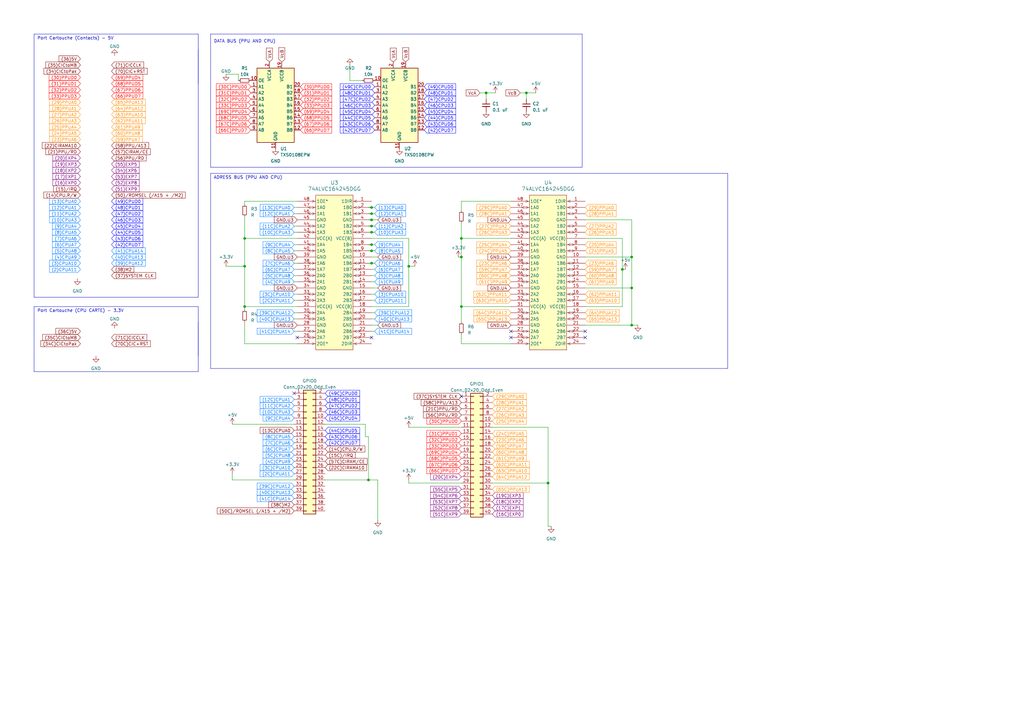
<source format=kicad_sch>
(kicad_sch (version 20230121) (generator eeschema)
  (paper "A3")
  (title_block (title "NES Cartridge") (date "2023-10-07") (rev "1.0") (company "ENSEA"))
  (junction (at 259.08 105.41))
  (junction (at 152.4 100.33))
  (junction (at 152.4 90.17))
  (junction (at 152.4 95.25))
  (junction (at 100.33 125.73))
  (junction (at 152.4 87.63))
  (junction (at 224.79 198.12))
  (junction (at 152.4 107.95))
  (junction (at 167.64 109.22))
  (junction (at 255.27 110.49))
  (junction (at 189.23 97.79))
  (junction (at 215.9 38.1))
  (junction (at 189.23 105.41))
  (junction (at 100.33 97.79))
  (junction (at 259.08 118.11))
  (junction (at 199.39 38.1))
  (junction (at 259.08 133.35))
  (junction (at 152.4 85.09))
  (junction (at 151.13 196.85))
  (junction (at 152.4 92.71))
  (junction (at 189.23 125.73))
  (junction (at 100.33 109.22))
  (junction (at 152.4 102.87))
  (no_connect (at 209.55 135.89))
  (no_connect (at 120.65 161.29))
  (no_connect (at 152.4 138.43))
  (no_connect (at 240.03 135.89))
  (no_connect (at 240.03 138.43))
  (no_connect (at 189.23 162.56))
  (no_connect (at 209.55 138.43))
  (no_connect (at 121.92 138.43))
  (wire (pts (xy 255.27 97.79) (xy 255.27 110.49)))
  (wire (pts (xy 97.79 33.02) (xy 97.79 30.48)))
  (wire (pts (xy 224.79 198.12) (xy 201.93 198.12)))
  (wire (pts (xy 199.39 38.1) (xy 203.2 38.1)))
  (wire (pts (xy 259.08 118.11) (xy 259.08 133.35)))
  (wire (pts (xy 121.92 135.89) (xy 120.65 135.89)))
  (wire (pts (xy 152.4 133.35) (xy 154.94 133.35)))
  (wire (pts (xy 240.03 97.79) (xy 255.27 97.79)))
  (wire (pts (xy 152.4 118.11) (xy 154.94 118.11)))
  (wire (pts (xy 121.92 110.49) (xy 120.65 110.49)))
  (polyline (pts (xy 86.36 68.58) (xy 238.76 68.58)))
  (polyline (pts (xy 86.36 71.12) (xy 298.45 71.12)))
  (wire (pts (xy 100.33 82.55) (xy 100.33 83.82)))
  (wire (pts (xy 121.92 115.57) (xy 120.65 115.57)))
  (wire (pts (xy 143.51 26.67) (xy 143.51 33.02)))
  (polyline (pts (xy 13.97 125.73) (xy 81.28 125.73)))
  (polyline (pts (xy 81.28 125.73) (xy 81.28 146.05)))
  (wire (pts (xy 196.85 38.1) (xy 199.39 38.1)))
  (wire (pts (xy 149.86 179.07) (xy 151.13 179.07)))
  (wire (pts (xy 121.92 130.81) (xy 120.65 130.81)))
  (wire (pts (xy 189.23 91.44) (xy 189.23 97.79)))
  (wire (pts (xy 97.79 30.48) (xy 92.71 30.48)))
  (wire (pts (xy 152.4 125.73) (xy 167.64 125.73)))
  (wire (pts (xy 100.33 125.73) (xy 100.33 127)))
  (wire (pts (xy 121.92 125.73) (xy 100.33 125.73)))
  (wire (pts (xy 152.4 110.49) (xy 153.67 110.49)))
  (wire (pts (xy 255.27 110.49) (xy 256.54 110.49)))
  (wire (pts (xy 152.4 123.19) (xy 153.67 123.19)))
  (wire (pts (xy 151.13 95.25) (xy 152.4 95.25)))
  (wire (pts (xy 224.79 198.12) (xy 224.79 215.9)))
  (wire (pts (xy 259.08 118.11) (xy 240.03 118.11)))
  (wire (pts (xy 167.64 198.12) (xy 189.23 198.12)))
  (wire (pts (xy 213.36 38.1) (xy 215.9 38.1)))
  (wire (pts (xy 152.4 105.41) (xy 154.94 105.41)))
  (wire (pts (xy 189.23 105.41) (xy 189.23 125.73)))
  (wire (pts (xy 121.92 128.27) (xy 120.65 128.27)))
  (wire (pts (xy 152.4 97.79) (xy 167.64 97.79)))
  (wire (pts (xy 167.64 109.22) (xy 170.18 109.22)))
  (wire (pts (xy 100.33 132.08) (xy 100.33 140.97)))
  (wire (pts (xy 215.9 38.1) (xy 215.9 40.64)))
  (wire (pts (xy 152.4 107.95) (xy 153.67 107.95)))
  (wire (pts (xy 152.4 102.87) (xy 153.67 102.87)))
  (polyline (pts (xy 298.45 151.13) (xy 298.45 71.12)))
  (wire (pts (xy 167.64 175.26) (xy 189.23 175.26)))
  (wire (pts (xy 259.08 90.17) (xy 259.08 105.41)))
  (wire (pts (xy 120.65 196.85) (xy 95.25 196.85)))
  (wire (pts (xy 255.27 125.73) (xy 240.03 125.73)))
  (wire (pts (xy 215.9 38.1) (xy 219.71 38.1)))
  (polyline (pts (xy 81.28 132.08) (xy 81.28 152.4)))
  (wire (pts (xy 151.13 196.85) (xy 154.94 196.85)))
  (wire (pts (xy 151.13 107.95) (xy 152.4 107.95)))
  (wire (pts (xy 121.92 92.71) (xy 120.65 92.71)))
  (polyline (pts (xy 81.28 121.92) (xy 13.97 121.92)))
  (polyline (pts (xy 86.36 151.13) (xy 298.45 151.13)))
  (polyline (pts (xy 81.28 13.97) (xy 81.28 34.29)))
  (wire (pts (xy 95.25 173.99) (xy 120.65 173.99)))
  (wire (pts (xy 259.08 105.41) (xy 240.03 105.41)))
  (wire (pts (xy 167.64 109.22) (xy 167.64 125.73)))
  (wire (pts (xy 152.4 120.65) (xy 153.67 120.65)))
  (wire (pts (xy 121.92 82.55) (xy 100.33 82.55)))
  (wire (pts (xy 121.92 123.19) (xy 120.65 123.19)))
  (wire (pts (xy 152.4 85.09) (xy 153.67 85.09)))
  (wire (pts (xy 151.13 87.63) (xy 152.4 87.63)))
  (wire (pts (xy 154.94 196.85) (xy 154.94 213.36)))
  (wire (pts (xy 143.51 33.02) (xy 148.59 33.02)))
  (wire (pts (xy 100.33 109.22) (xy 100.33 97.79)))
  (wire (pts (xy 121.92 100.33) (xy 120.65 100.33)))
  (wire (pts (xy 151.13 102.87) (xy 152.4 102.87)))
  (polyline (pts (xy 81.28 152.4) (xy 13.97 152.4)))
  (wire (pts (xy 151.13 179.07) (xy 151.13 196.85)))
  (wire (pts (xy 95.25 196.85) (xy 95.25 194.31)))
  (polyline (pts (xy 13.97 13.97) (xy 81.28 13.97)))
  (wire (pts (xy 151.13 92.71) (xy 152.4 92.71)))
  (wire (pts (xy 189.23 97.79) (xy 189.23 105.41)))
  (wire (pts (xy 121.92 87.63) (xy 120.65 87.63)))
  (wire (pts (xy 189.23 82.55) (xy 189.23 86.36)))
  (wire (pts (xy 100.33 125.73) (xy 100.33 109.22)))
  (wire (pts (xy 100.33 97.79) (xy 121.92 97.79)))
  (wire (pts (xy 92.71 109.22) (xy 100.33 109.22)))
  (wire (pts (xy 224.79 175.26) (xy 224.79 198.12)))
  (wire (pts (xy 152.4 115.57) (xy 153.67 115.57)))
  (wire (pts (xy 152.4 130.81) (xy 153.67 130.81)))
  (wire (pts (xy 151.13 85.09) (xy 152.4 85.09)))
  (wire (pts (xy 167.64 196.85) (xy 167.64 198.12)))
  (wire (pts (xy 100.33 88.9) (xy 100.33 97.79)))
  (wire (pts (xy 121.92 102.87) (xy 120.65 102.87)))
  (wire (pts (xy 255.27 110.49) (xy 255.27 125.73)))
  (wire (pts (xy 189.23 125.73) (xy 209.55 125.73)))
  (wire (pts (xy 224.79 215.9) (xy 226.06 215.9)))
  (wire (pts (xy 152.4 128.27) (xy 153.67 128.27)))
  (wire (pts (xy 259.08 133.35) (xy 240.03 133.35)))
  (wire (pts (xy 121.92 95.25) (xy 120.65 95.25)))
  (wire (pts (xy 121.92 107.95) (xy 120.65 107.95)))
  (wire (pts (xy 152.4 87.63) (xy 153.67 87.63)))
  (wire (pts (xy 259.08 133.35) (xy 261.62 133.35)))
  (wire (pts (xy 152.4 135.89) (xy 153.67 135.89)))
  (wire (pts (xy 121.92 120.65) (xy 120.65 120.65)))
  (wire (pts (xy 189.23 140.97) (xy 209.55 140.97)))
  (wire (pts (xy 152.4 100.33) (xy 153.67 100.33)))
  (wire (pts (xy 189.23 137.16) (xy 189.23 140.97)))
  (wire (pts (xy 259.08 105.41) (xy 259.08 118.11)))
  (wire (pts (xy 167.64 97.79) (xy 167.64 109.22)))
  (polyline (pts (xy 13.97 152.4) (xy 13.97 125.73)))
  (wire (pts (xy 189.23 97.79) (xy 209.55 97.79)))
  (wire (pts (xy 152.4 90.17) (xy 154.94 90.17)))
  (polyline (pts (xy 86.36 13.97) (xy 86.36 68.58)))
  (wire (pts (xy 151.13 100.33) (xy 152.4 100.33)))
  (wire (pts (xy 152.4 92.71) (xy 153.67 92.71)))
  (wire (pts (xy 121.92 85.09) (xy 120.65 85.09)))
  (wire (pts (xy 199.39 40.64) (xy 199.39 38.1)))
  (polyline (pts (xy 13.97 121.92) (xy 13.97 13.97)))
  (polyline (pts (xy 86.36 71.12) (xy 86.36 151.13)))
  (wire (pts (xy 151.13 90.17) (xy 152.4 90.17)))
  (wire (pts (xy 149.86 173.99) (xy 149.86 179.07)))
  (polyline (pts (xy 86.36 13.97) (xy 238.76 13.97)))
  (polyline (pts (xy 81.28 20.32) (xy 81.28 121.92)))
  (wire (pts (xy 100.33 140.97) (xy 121.92 140.97)))
  (wire (pts (xy 149.86 173.99) (xy 133.35 173.99)))
  (wire (pts (xy 121.92 113.03) (xy 120.65 113.03)))
  (wire (pts (xy 209.55 82.55) (xy 189.23 82.55)))
  (wire (pts (xy 240.03 90.17) (xy 259.08 90.17)))
  (wire (pts (xy 152.4 113.03) (xy 153.67 113.03)))
  (wire (pts (xy 152.4 95.25) (xy 153.67 95.25)))
  (polyline (pts (xy 238.76 68.58) (xy 238.76 13.97)))
  (wire (pts (xy 151.13 196.85) (xy 133.35 196.85)))
  (wire (pts (xy 201.93 175.26) (xy 224.79 175.26)))
  (wire (pts (xy 187.96 105.41) (xy 189.23 105.41)))
  (wire (pts (xy 189.23 125.73) (xy 189.23 132.08)))
  (text "Port Cartouche (Contacts) - 5V" (at 15.24 16.51 0) (effects (font (size 1.27 1.27)) (justify left bottom)))
  (text "Port Cartouche (CPU CARTE) - 3.3V" (at 15.24 128.27 0) (effects (font (size 1.27 1.27)) (justify left bottom)))
  (text "ADRESS BUS (PPU AND CPU)" (at 87.63 73.66 0) (effects (font (size 1.27 1.27)) (justify left bottom)))
  (text "DATA BUS (PPU AND CPU)" (at 87.63 17.78 0) (effects (font (size 1.27 1.27)) (justify left bottom)))
  (global_label "(23)PPUA6" (shape input) (at 33.02 57.15 180) (property "Intersheetrefs" "${INTERSHEET_REFS}" (effects hide)))
  (global_label "(45C)CPUD4" (shape input) (at 133.35 171.45 0) (property "Intersheetrefs" "${INTERSHEET_REFS}" (effects hide)))
  (global_label "(18)EXP2" (shape input) (at 33.02 69.85 180) (property "Intersheetrefs" "${INTERSHEET_REFS}" (effects hide)))
  (global_label "GND.U3" (shape input) (at 154.94 105.41 0) (property "Intersheetrefs" "${INTERSHEET_REFS}" (effects hide)))
  (global_label "(30)PPUD0" (shape input) (at 123.19 35.56 0) (property "Intersheetrefs" "${INTERSHEET_REFS}" (effects hide)))
  (global_label "(8C)CPUA5" (shape input) (at 120.65 179.07 180) (property "Intersheetrefs" "${INTERSHEET_REFS}" (effects hide)))
  (global_label "(41C)CPUA14" (shape input) (at 120.65 135.89 180) (property "Intersheetrefs" "${INTERSHEET_REFS}" (effects hide)))
  (global_label "(45)CPUD4" (shape input) (at 45.72 92.71 0) (property "Intersheetrefs" "${INTERSHEET_REFS}" (effects hide)))
  (global_label "(48)CPUD1" (shape input) (at 173.99 38.1 0) (property "Intersheetrefs" "${INTERSHEET_REFS}" (effects hide)))
  (global_label "(60)PPUA8" (shape input) (at 45.72 54.61 0) (property "Intersheetrefs" "${INTERSHEET_REFS}" (effects hide)))
  (global_label "(70)CIC+RST" (shape input) (at 45.72 29.21 0) (property "Intersheetrefs" "${INTERSHEET_REFS}" (effects hide)))
  (global_label "(50C){slash}ROMSEL ({slash}A15 + {slash}M2)" (shape input) (at 120.65 209.55 180) (property "Intersheetrefs" "${INTERSHEET_REFS}" (effects hide)))
  (global_label "VcB" (shape input) (at 213.36 38.1 180) (property "Intersheetrefs" "${INTERSHEET_REFS}" (effects hide)))
  (global_label "(29)PPUA0" (shape input) (at 33.02 41.91 180) (property "Intersheetrefs" "${INTERSHEET_REFS}" (effects hide)))
  (global_label "(38C)M2" (shape input) (at 120.65 207.01 180) (property "Intersheetrefs" "${INTERSHEET_REFS}" (effects hide)))
  (global_label "(39)CPUA12" (shape input) (at 45.72 107.95 0) (property "Intersheetrefs" "${INTERSHEET_REFS}" (effects hide)))
  (global_label "GND.U4" (shape input) (at 209.55 105.41 180) (property "Intersheetrefs" "${INTERSHEET_REFS}" (effects hide)))
  (global_label "VcB" (shape input) (at 166.37 25.4 90) (property "Intersheetrefs" "${INTERSHEET_REFS}" (effects hide)))
  (global_label "VcA" (shape input) (at 196.85 38.1 180) (property "Intersheetrefs" "${INTERSHEET_REFS}" (effects hide)))
  (global_label "(47C)CPUD2" (shape input) (at 133.35 166.37 0) (property "Intersheetrefs" "${INTERSHEET_REFS}" (effects hide)))
  (global_label "(39C)CPUA12" (shape input) (at 120.65 199.39 180) (property "Intersheetrefs" "${INTERSHEET_REFS}" (effects hide)))
  (global_label "(43C)CPUD6" (shape input) (at 153.67 50.8 180) (property "Intersheetrefs" "${INTERSHEET_REFS}" (effects hide)))
  (global_label "(13)CPUA0" (shape input) (at 153.67 85.09 0) (property "Intersheetrefs" "${INTERSHEET_REFS}" (effects hide)))
  (global_label "(46)CPUD3" (shape input) (at 173.99 43.18 0) (property "Intersheetrefs" "${INTERSHEET_REFS}" (effects hide)))
  (global_label "(2)CPUA11" (shape input) (at 33.02 110.49 180) (property "Intersheetrefs" "${INTERSHEET_REFS}" (effects hide)))
  (global_label "GND.U3" (shape input) (at 121.92 90.17 180) (property "Intersheetrefs" "${INTERSHEET_REFS}" (effects hide)))
  (global_label "(4C)CPUA9" (shape input) (at 120.65 115.57 180) (property "Intersheetrefs" "${INTERSHEET_REFS}" (effects hide)))
  (global_label "(17)EXP1" (shape input) (at 33.02 72.39 180) (property "Intersheetrefs" "${INTERSHEET_REFS}" (effects hide)))
  (global_label "(66C)PPUD7" (shape input) (at 102.87 53.34 180) (property "Intersheetrefs" "${INTERSHEET_REFS}" (effects hide)))
  (global_label "(25)PPUA4" (shape input) (at 33.02 52.07 180) (property "Intersheetrefs" "${INTERSHEET_REFS}" (effects hide)))
  (global_label "(33)PPUD3" (shape input) (at 123.19 43.18 0) (property "Intersheetrefs" "${INTERSHEET_REFS}" (effects hide)))
  (global_label "(31C)PPUD1" (shape input) (at 189.23 177.8 180) (property "Intersheetrefs" "${INTERSHEET_REFS}" (effects hide)))
  (global_label "(20C)EXP4" (shape input) (at 189.23 195.58 180) (property "Intersheetrefs" "${INTERSHEET_REFS}" (effects hide)))
  (global_label "(68)PPUD5" (shape input) (at 123.19 48.26 0) (property "Intersheetrefs" "${INTERSHEET_REFS}" (effects hide)))
  (global_label "(30C)PPUD0" (shape input) (at 102.87 35.56 180) (property "Intersheetrefs" "${INTERSHEET_REFS}" (effects hide)))
  (global_label "(7)CPUA6" (shape input) (at 33.02 97.79 180) (property "Intersheetrefs" "${INTERSHEET_REFS}" (effects hide)))
  (global_label "(7C)CPUA6" (shape input) (at 120.65 107.95 180) (property "Intersheetrefs" "${INTERSHEET_REFS}" (effects hide)))
  (global_label "(62)PPUA11" (shape input) (at 45.72 49.53 0) (property "Intersheetrefs" "${INTERSHEET_REFS}" (effects hide)))
  (global_label "(26C)PPUA3" (shape input) (at 209.55 95.25 180) (property "Intersheetrefs" "${INTERSHEET_REFS}" (effects hide)))
  (global_label "(22C)CIRAMA10" (shape input) (at 133.35 191.77 0) (property "Intersheetrefs" "${INTERSHEET_REFS}" (effects hide)))
  (global_label "(55)EXP5" (shape input) (at 45.72 67.31 0) (property "Intersheetrefs" "${INTERSHEET_REFS}" (effects hide)))
  (global_label "(21C)PPU{slash}RD" (shape input) (at 189.23 167.64 180) (property "Intersheetrefs" "${INTERSHEET_REFS}" (effects hide)))
  (global_label "(63)PPUA10" (shape input) (at 240.03 123.19 0) (property "Intersheetrefs" "${INTERSHEET_REFS}" (effects hide)))
  (global_label "(40C)CPUA13" (shape input) (at 120.65 130.81 180) (property "Intersheetrefs" "${INTERSHEET_REFS}" (effects hide)))
  (global_label "(4C)CPUA9" (shape input) (at 120.65 189.23 180) (property "Intersheetrefs" "${INTERSHEET_REFS}" (effects hide)))
  (global_label "(64)PPUA12" (shape input) (at 240.03 128.27 0) (property "Intersheetrefs" "${INTERSHEET_REFS}" (effects hide)))
  (global_label "(40)CPUA13" (shape input) (at 45.72 105.41 0) (property "Intersheetrefs" "${INTERSHEET_REFS}" (effects hide)))
  (global_label "(46)CPUD3" (shape input) (at 45.72 90.17 0) (property "Intersheetrefs" "${INTERSHEET_REFS}" (effects hide)))
  (global_label "(8)CPUA5" (shape input) (at 153.67 102.87 0) (property "Intersheetrefs" "${INTERSHEET_REFS}" (effects hide)))
  (global_label "(4)CPUA9" (shape input) (at 33.02 105.41 180) (property "Intersheetrefs" "${INTERSHEET_REFS}" (effects hide)))
  (global_label "(49C)CPUD0" (shape input) (at 133.35 161.29 0) (property "Intersheetrefs" "${INTERSHEET_REFS}" (effects hide)))
  (global_label "(25)PPUA4" (shape input) (at 240.03 100.33 0) (property "Intersheetrefs" "${INTERSHEET_REFS}" (effects hide)))
  (global_label "(6C)CPUA7" (shape input) (at 120.65 184.15 180) (property "Intersheetrefs" "${INTERSHEET_REFS}" (effects hide)))
  (global_label "(32C)PPUD2" (shape input) (at 102.87 40.64 180) (property "Intersheetrefs" "${INTERSHEET_REFS}" (effects hide)))
  (global_label "(11)CPUA2" (shape input) (at 153.67 92.71 0) (property "Intersheetrefs" "${INTERSHEET_REFS}" (effects hide)))
  (global_label "(68C)PPUD5" (shape input) (at 189.23 187.96 180) (property "Intersheetrefs" "${INTERSHEET_REFS}" (effects hide)))
  (global_label "GND.U3" (shape input) (at 121.92 105.41 180) (property "Intersheetrefs" "${INTERSHEET_REFS}" (effects hide)))
  (global_label "(58)PPU{slash}A13" (shape input) (at 45.72 59.69 0) (property "Intersheetrefs" "${INTERSHEET_REFS}" (effects hide)))
  (global_label "(34)CICtoPak" (shape input) (at 33.02 29.21 180) (property "Intersheetrefs" "${INTERSHEET_REFS}" (effects hide)))
  (global_label "(39C)CPUA12" (shape input) (at 153.67 128.27 0) (property "Intersheetrefs" "${INTERSHEET_REFS}" (effects hide)))
  (global_label "(2)CPUA11" (shape input) (at 153.67 123.19 0) (property "Intersheetrefs" "${INTERSHEET_REFS}" (effects hide)))
  (global_label "(10C)CPUA3" (shape input) (at 120.65 168.91 180) (property "Intersheetrefs" "${INTERSHEET_REFS}" (effects hide)))
  (global_label "(26)PPUA3" (shape input) (at 33.02 49.53 180) (property "Intersheetrefs" "${INTERSHEET_REFS}" (effects hide)))
  (global_label "(69)PPUD4" (shape input) (at 45.72 31.75 0) (property "Intersheetrefs" "${INTERSHEET_REFS}" (effects hide)))
  (global_label "(27)PPUA2" (shape input) (at 33.02 46.99 180) (property "Intersheetrefs" "${INTERSHEET_REFS}" (effects hide)))
  (global_label "(48C)CPUD1" (shape input) (at 153.67 38.1 180) (property "Intersheetrefs" "${INTERSHEET_REFS}" (effects hide)))
  (global_label "(44C)CPUD5" (shape input) (at 133.35 176.53 0) (property "Intersheetrefs" "${INTERSHEET_REFS}" (effects hide)))
  (global_label "(53C)EXP7" (shape input) (at 189.23 205.74 180) (property "Intersheetrefs" "${INTERSHEET_REFS}" (effects hide)))
  (global_label "(42C)CPUD7" (shape input) (at 133.35 181.61 0) (property "Intersheetrefs" "${INTERSHEET_REFS}" (effects hide)))
  (global_label "(28)PPUA1" (shape input) (at 33.02 44.45 180) (property "Intersheetrefs" "${INTERSHEET_REFS}" (effects hide)))
  (global_label "(67C)PPUD6" (shape input) (at 189.23 190.5 180) (property "Intersheetrefs" "${INTERSHEET_REFS}" (effects hide)))
  (global_label "(11)CPUA2" (shape input) (at 33.02 87.63 180) (property "Intersheetrefs" "${INTERSHEET_REFS}" (effects hide)))
  (global_label "GND.U4" (shape input) (at 209.55 118.11 180) (property "Intersheetrefs" "${INTERSHEET_REFS}" (effects hide)))
  (global_label "(48)CPUD1" (shape input) (at 45.72 85.09 0) (property "Intersheetrefs" "${INTERSHEET_REFS}" (effects hide)))
  (global_label "(26)PPUA3" (shape input) (at 240.03 95.25 0) (property "Intersheetrefs" "${INTERSHEET_REFS}" (effects hide)))
  (global_label "(30)PPUD0" (shape input) (at 33.02 31.75 180) (property "Intersheetrefs" "${INTERSHEET_REFS}" (effects hide)))
  (global_label "(59)PPUA7" (shape input) (at 45.72 57.15 0) (property "Intersheetrefs" "${INTERSHEET_REFS}" (effects hide)))
  (global_label "(63C)PPUA10" (shape input) (at 201.93 193.04 0) (property "Intersheetrefs" "${INTERSHEET_REFS}" (effects hide)))
  (global_label "(33C)PPUD3" (shape input) (at 189.23 182.88 180) (property "Intersheetrefs" "${INTERSHEET_REFS}" (effects hide)))
  (global_label "(13)CPUA0" (shape input) (at 33.02 82.55 180) (property "Intersheetrefs" "${INTERSHEET_REFS}" (effects hide)))
  (global_label "(27C)PPUA2" (shape input) (at 209.55 92.71 180) (property "Intersheetrefs" "${INTERSHEET_REFS}" (effects hide)))
  (global_label "(13C)CPUA0" (shape input) (at 120.65 176.53 180) (property "Intersheetrefs" "${INTERSHEET_REFS}" (effects hide)))
  (global_label "(47)CPUD2" (shape input) (at 173.99 40.64 0) (property "Intersheetrefs" "${INTERSHEET_REFS}" (effects hide)))
  (global_label "(33)PPUD3" (shape input) (at 33.02 39.37 180) (property "Intersheetrefs" "${INTERSHEET_REFS}" (effects hide)))
  (global_label "(3)CPUA10" (shape input) (at 153.67 120.65 0) (property "Intersheetrefs" "${INTERSHEET_REFS}" (effects hide)))
  (global_label "(6C)CPUA7" (shape input) (at 120.65 110.49 180) (property "Intersheetrefs" "${INTERSHEET_REFS}" (effects hide)))
  (global_label "(66)PPUD7" (shape input) (at 45.72 39.37 0) (property "Intersheetrefs" "${INTERSHEET_REFS}" (effects hide)))
  (global_label "(28)PPUA1" (shape input) (at 240.03 87.63 0) (property "Intersheetrefs" "${INTERSHEET_REFS}" (effects hide)))
  (global_label "(47)CPUD2" (shape input) (at 45.72 87.63 0) (property "Intersheetrefs" "${INTERSHEET_REFS}" (effects hide)))
  (global_label "(62C)PPUA11" (shape input) (at 201.93 190.5 0) (property "Intersheetrefs" "${INTERSHEET_REFS}" (effects hide)))
  (global_label "(11C)CPUA2" (shape input) (at 120.65 166.37 180) (property "Intersheetrefs" "${INTERSHEET_REFS}" (effects hide)))
  (global_label "(50){slash}ROMSEL ({slash}A15 + {slash}M2)" (shape input) (at 45.72 80.01 0) (property "Intersheetrefs" "${INTERSHEET_REFS}" (effects hide)))
  (global_label "(2C)CPUA11" (shape input) (at 120.65 194.31 180) (property "Intersheetrefs" "${INTERSHEET_REFS}" (effects hide)))
  (global_label "(24C)PPUA5" (shape input) (at 209.55 102.87 180) (property "Intersheetrefs" "${INTERSHEET_REFS}" (effects hide)))
  (global_label "(36)5V" (shape input) (at 33.02 24.13 180) (property "Intersheetrefs" "${INTERSHEET_REFS}" (effects hide)))
  (global_label "(37)SYSTEM CLK" (shape input) (at 45.72 113.03 0) (property "Intersheetrefs" "${INTERSHEET_REFS}" (effects hide)))
  (global_label "(30C)PPUD0" (shape input) (at 189.23 172.72 180) (property "Intersheetrefs" "${INTERSHEET_REFS}" (effects hide)))
  (global_label "(12C)CPUA1" (shape input) (at 120.65 87.63 180) (property "Intersheetrefs" "${INTERSHEET_REFS}" (effects hide)))
  (global_label "(25C)PPUA4" (shape input) (at 209.55 100.33 180) (property "Intersheetrefs" "${INTERSHEET_REFS}" (effects hide)))
  (global_label "(70C)CIC+RST" (shape input) (at 45.72 140.97 0) (property "Intersheetrefs" "${INTERSHEET_REFS}" (effects hide)))
  (global_label "(18C)EXP2" (shape input) (at 201.93 205.74 0) (property "Intersheetrefs" "${INTERSHEET_REFS}" (effects hide)))
  (global_label "(65C)PPUA13" (shape input) (at 201.93 200.66 0) (property "Intersheetrefs" "${INTERSHEET_REFS}" (effects hide)))
  (global_label "(15){slash}IRQ" (shape input) (at 33.02 77.47 180) (property "Intersheetrefs" "${INTERSHEET_REFS}" (effects hide)))
  (global_label "(56)PPU{slash}RD" (shape input) (at 45.72 64.77 0) (property "Intersheetrefs" "${INTERSHEET_REFS}" (effects hide)))
  (global_label "GND.U3" (shape input) (at 121.92 118.11 180) (property "Intersheetrefs" "${INTERSHEET_REFS}" (effects hide)))
  (global_label "(47C)CPUD2" (shape input) (at 153.67 40.64 180) (property "Intersheetrefs" "${INTERSHEET_REFS}" (effects hide)))
  (global_label "(42)CPUD7" (shape input) (at 45.72 100.33 0) (property "Intersheetrefs" "${INTERSHEET_REFS}" (effects hide)))
  (global_label "(11C)CPUA2" (shape input) (at 120.65 92.71 180) (property "Intersheetrefs" "${INTERSHEET_REFS}" (effects hide)))
  (global_label "(67)PPUD6" (shape input) (at 45.72 36.83 0) (property "Intersheetrefs" "${INTERSHEET_REFS}" (effects hide)))
  (global_label "(27)PPUA2" (shape input) (at 240.03 92.71 0) (property "Intersheetrefs" "${INTERSHEET_REFS}" (effects hide)))
  (global_label "(51)EXP9" (shape input) (at 45.72 77.47 0) (property "Intersheetrefs" "${INTERSHEET_REFS}" (effects hide)))
  (global_label "(24)PPUA5" (shape input) (at 240.03 102.87 0) (property "Intersheetrefs" "${INTERSHEET_REFS}" (effects hide)))
  (global_label "(13C)CPUA0" (shape input) (at 120.65 85.09 180) (property "Intersheetrefs" "${INTERSHEET_REFS}" (effects hide)))
  (global_label "(22)CIRAMA10" (shape input) (at 33.02 59.69 180) (property "Intersheetrefs" "${INTERSHEET_REFS}" (effects hide)))
  (global_label "(5)CPUA8" (shape input) (at 153.67 113.03 0) (property "Intersheetrefs" "${INTERSHEET_REFS}" (effects hide)))
  (global_label "(43)CPUD6" (shape input) (at 45.72 97.79 0) (property "Intersheetrefs" "${INTERSHEET_REFS}" (effects hide)))
  (global_label "(66C)PPUD7" (shape input) (at 189.23 193.04 180) (property "Intersheetrefs" "${INTERSHEET_REFS}" (effects hide)))
  (global_label "VcB" (shape input) (at 115.57 25.4 90) (property "Intersheetrefs" "${INTERSHEET_REFS}" (effects hide)))
  (global_label "(33C)PPUD3" (shape input) (at 102.87 43.18 180) (property "Intersheetrefs" "${INTERSHEET_REFS}" (effects hide)))
  (global_label "(63)PPUA10" (shape input) (at 45.72 46.99 0) (property "Intersheetrefs" "${INTERSHEET_REFS}" (effects hide)))
  (global_label "(64C)PPUA12" (shape input) (at 201.93 195.58 0) (property "Intersheetrefs" "${INTERSHEET_REFS}" (effects hide)))
  (global_label "(29)PPUA0" (shape input) (at 240.03 85.09 0) (property "Intersheetrefs" "${INTERSHEET_REFS}" (effects hide)))
  (global_label "(59C)PPUA7" (shape input) (at 201.93 182.88 0) (property "Intersheetrefs" "${INTERSHEET_REFS}" (effects hide)))
  (global_label "(64)PPUA12" (shape input) (at 45.72 44.45 0) (property "Intersheetrefs" "${INTERSHEET_REFS}" (effects hide)))
  (global_label "(68)PPUD5" (shape input) (at 45.72 34.29 0) (property "Intersheetrefs" "${INTERSHEET_REFS}" (effects hide)))
  (global_label "VcA" (shape input) (at 161.29 25.4 90) (property "Intersheetrefs" "${INTERSHEET_REFS}" (effects hide)))
  (global_label "(43C)CPUD6" (shape input) (at 133.35 179.07 0) (property "Intersheetrefs" "${INTERSHEET_REFS}" (effects hide)))
  (global_label "(69C)PPUD4" (shape input) (at 102.87 45.72 180) (property "Intersheetrefs" "${INTERSHEET_REFS}" (effects hide)))
  (global_label "(54)EXP6" (shape input) (at 45.72 69.85 0) (property "Intersheetrefs" "${INTERSHEET_REFS}" (effects hide)))
  (global_label "(24)PPUA5" (shape input) (at 33.02 54.61 180) (property "Intersheetrefs" "${INTERSHEET_REFS}" (effects hide)))
  (global_label "(27C)PPUA2" (shape input) (at 201.93 167.64 0) (property "Intersheetrefs" "${INTERSHEET_REFS}" (effects hide)))
  (global_label "GND.U3" (shape input) (at 121.92 133.35 180) (property "Intersheetrefs" "${INTERSHEET_REFS}" (effects hide)))
  (global_label "(42C)CPUD7" (shape input) (at 153.67 53.34 180) (property "Intersheetrefs" "${INTERSHEET_REFS}" (effects hide)))
  (global_label "(41C)CPUA14" (shape input) (at 153.67 135.89 0) (property "Intersheetrefs" "${INTERSHEET_REFS}" (effects hide)))
  (global_label "(49)CPUD0" (shape input) (at 173.99 35.56 0) (property "Intersheetrefs" "${INTERSHEET_REFS}" (effects hide)))
  (global_label "(28C)PPUA1" (shape input) (at 201.93 165.1 0) (property "Intersheetrefs" "${INTERSHEET_REFS}" (effects hide)))
  (global_label "(29C)PPUA0" (shape input) (at 209.55 85.09 180) (property "Intersheetrefs" "${INTERSHEET_REFS}" (effects hide)))
  (global_label "(44)CPUD5" (shape input) (at 45.72 95.25 0) (property "Intersheetrefs" "${INTERSHEET_REFS}" (effects hide)))
  (global_label "(10)CPUA3" (shape input) (at 153.67 95.25 0) (property "Intersheetrefs" "${INTERSHEET_REFS}" (effects hide)))
  (global_label "(28C)PPUA1" (shape input) (at 209.55 87.63 180) (property "Intersheetrefs" "${INTERSHEET_REFS}" (effects hide)))
  (global_label "(57)CIRAM{slash}CE" (shape input) (at 45.72 62.23 0) (property "Intersheetrefs" "${INTERSHEET_REFS}" (effects hide)))
  (global_label "(71)CICCLK" (shape input) (at 45.72 26.67 0) (property "Intersheetrefs" "${INTERSHEET_REFS}" (effects hide)))
  (global_label "(4)CPUA9" (shape input) (at 153.67 115.57 0) (property "Intersheetrefs" "${INTERSHEET_REFS}" (effects hide)))
  (global_label "(6)CPUA7" (shape input) (at 33.02 100.33 180) (property "Intersheetrefs" "${INTERSHEET_REFS}" (effects hide)))
  (global_label "(15C){slash}IRQ" (shape input) (at 133.35 186.69 0) (property "Intersheetrefs" "${INTERSHEET_REFS}" (effects hide)))
  (global_label "(39C)CPUA12" (shape input) (at 120.65 128.27 180) (property "Intersheetrefs" "${INTERSHEET_REFS}" (effects hide)))
  (global_label "(49C)CPUD0" (shape input) (at 153.67 35.56 180) (property "Intersheetrefs" "${INTERSHEET_REFS}" (effects hide)))
  (global_label "(60C)PPUA8" (shape input) (at 209.55 113.03 180) (property "Intersheetrefs" "${INTERSHEET_REFS}" (effects hide)))
  (global_label "(45)CPUD4" (shape input) (at 173.99 45.72 0) (property "Intersheetrefs" "${INTERSHEET_REFS}" (effects hide)))
  (global_label "(7)CPUA6" (shape input) (at 153.67 107.95 0) (property "Intersheetrefs" "${INTERSHEET_REFS}" (effects hide)))
  (global_label "(26C)PPUA3" (shape input) (at 201.93 170.18 0) (property "Intersheetrefs" "${INTERSHEET_REFS}" (effects hide)))
  (global_label "(32)PPUD2" (shape input) (at 33.02 36.83 180) (property "Intersheetrefs" "${INTERSHEET_REFS}" (effects hide)))
  (global_label "(62)PPUA11" (shape input) (at 240.03 120.65 0) (property "Intersheetrefs" "${INTERSHEET_REFS}" (effects hide)))
  (global_label "(3C)CPUA10" (shape input) (at 120.65 120.65 180) (property "Intersheetrefs" "${INTERSHEET_REFS}" (effects hide)))
  (global_label "(45C)CPUD4" (shape input) (at 153.67 45.72 180) (property "Intersheetrefs" "${INTERSHEET_REFS}" (effects hide)))
  (global_label "(69C)PPUD4" (shape input) (at 189.23 185.42 180) (property "Intersheetrefs" "${INTERSHEET_REFS}" (effects hide)))
  (global_label "(52)EXP8" (shape input) (at 45.72 74.93 0) (property "Intersheetrefs" "${INTERSHEET_REFS}" (effects hide)))
  (global_label "(55C)EXP5" (shape input) (at 189.23 200.66 180) (property "Intersheetrefs" "${INTERSHEET_REFS}" (effects hide)))
  (global_label "(69)PPUD4" (shape input) (at 123.19 45.72 0) (property "Intersheetrefs" "${INTERSHEET_REFS}" (effects hide)))
  (global_label "(12)CPUA1" (shape input) (at 153.67 87.63 0) (property "Intersheetrefs" "${INTERSHEET_REFS}" (effects hide)))
  (global_label "(35)CICtoMB" (shape input) (at 33.02 26.67 180) (property "Intersheetrefs" "${INTERSHEET_REFS}" (effects hide)))
  (global_label "(35C)CICtoMB" (shape input) (at 33.02 138.43 180) (property "Intersheetrefs" "${INTERSHEET_REFS}" (effects hide)))
  (global_label "(46C)CPUD3" (shape input) (at 153.67 43.18 180) (property "Intersheetrefs" "${INTERSHEET_REFS}" (effects hide)))
  (global_label "(52C)EXP8" (shape input) (at 189.23 208.28 180) (property "Intersheetrefs" "${INTERSHEET_REFS}" (effects hide)))
  (global_label "(40C)CPUA13" (shape input) (at 120.65 201.93 180) (property "Intersheetrefs" "${INTERSHEET_REFS}" (effects hide)))
  (global_label "(12C)CPUA1" (shape input) (at 120.65 163.83 180) (property "Intersheetrefs" "${INTERSHEET_REFS}" (effects hide)))
  (global_label "(59)PPUA7" (shape input) (at 240.03 110.49 0) (property "Intersheetrefs" "${INTERSHEET_REFS}" (effects hide)))
  (global_label "(44C)CPUD5" (shape input) (at 153.67 48.26 180) (property "Intersheetrefs" "${INTERSHEET_REFS}" (effects hide)))
  (global_label "(67)PPUD6" (shape input) (at 123.19 50.8 0) (property "Intersheetrefs" "${INTERSHEET_REFS}" (effects hide)))
  (global_label "(23C)PPUA6" (shape input) (at 209.55 107.95 180) (property "Intersheetrefs" "${INTERSHEET_REFS}" (effects hide)))
  (global_label "(56C)PPU{slash}RD" (shape input) (at 189.23 170.18 180) (property "Intersheetrefs" "${INTERSHEET_REFS}" (effects hide)))
  (global_label "(59C)PPUA7" (shape input) (at 209.55 110.49 180) (property "Intersheetrefs" "${INTERSHEET_REFS}" (effects hide)))
  (global_label "(5)CPUA8" (shape input) (at 33.02 102.87 180) (property "Intersheetrefs" "${INTERSHEET_REFS}" (effects hide)))
  (global_label "GND.U4" (shape input) (at 209.55 90.17 180) (property "Intersheetrefs" "${INTERSHEET_REFS}" (effects hide)))
  (global_label "(64C)PPUA12" (shape input) (at 209.55 128.27 180) (property "Intersheetrefs" "${INTERSHEET_REFS}" (effects hide)))
  (global_label "(9C)CPUA4" (shape input) (at 120.65 171.45 180) (property "Intersheetrefs" "${INTERSHEET_REFS}" (effects hide)))
  (global_label "(21)PPU{slash}RD" (shape input) (at 33.02 62.23 180) (property "Intersheetrefs" "${INTERSHEET_REFS}" (effects hide)))
  (global_label "(24C)PPUA5" (shape input) (at 201.93 177.8 0) (property "Intersheetrefs" "${INTERSHEET_REFS}" (effects hide)))
  (global_label "(65)PPUA13" (shape input) (at 45.72 41.91 0) (property "Intersheetrefs" "${INTERSHEET_REFS}" (effects hide)))
  (global_label "(63C)PPUA10" (shape input) (at 209.55 123.19 180) (property "Intersheetrefs" "${INTERSHEET_REFS}" (effects hide)))
  (global_label "(5C)CPUA8" (shape input) (at 120.65 113.03 180) (property "Intersheetrefs" "${INTERSHEET_REFS}" (effects hide)))
  (global_label "(16C)EXP0" (shape input) (at 201.93 210.82 0) (property "Intersheetrefs" "${INTERSHEET_REFS}" (effects hide)))
  (global_label "(67C)PPUD6" (shape input) (at 102.87 50.8 180) (property "Intersheetrefs" "${INTERSHEET_REFS}" (effects hide)))
  (global_label "(61)PPUA9" (shape input) (at 45.72 52.07 0) (property "Intersheetrefs" "${INTERSHEET_REFS}" (effects hide)))
  (global_label "(8)CPUA5" (shape input) (at 33.02 95.25 180) (property "Intersheetrefs" "${INTERSHEET_REFS}" (effects hide)))
  (global_label "(41)CPUA14" (shape input) (at 45.72 102.87 0) (property "Intersheetrefs" "${INTERSHEET_REFS}" (effects hide)))
  (global_label "(42)CPUD7" (shape input) (at 173.99 53.34 0) (property "Intersheetrefs" "${INTERSHEET_REFS}" (effects hide)))
  (global_label "(31C)PPUD1" (shape input) (at 102.87 38.1 180) (property "Intersheetrefs" "${INTERSHEET_REFS}" (effects hide)))
  (global_label "(6)CPUA7" (shape input) (at 153.67 110.49 0) (property "Intersheetrefs" "${INTERSHEET_REFS}" (effects hide)))
  (global_label "(49)CPUD0" (shape input) (at 45.72 82.55 0) (property "Intersheetrefs" "${INTERSHEET_REFS}" (effects hide)))
  (global_label "(71C)CICCLK" (shape input) (at 45.72 138.43 0) (property "Intersheetrefs" "${INTERSHEET_REFS}" (effects hide)))
  (global_label "(14C)CPU.R{slash}W" (shape input) (at 133.35 184.15 0) (property "Intersheetrefs" "${INTERSHEET_REFS}" (effects hide)))
  (global_label "(37C)SYSTEM CLK" (shape input) (at 189.23 162.56 180) (property "Intersheetrefs" "${INTERSHEET_REFS}" (effects hide)))
  (global_label "(40C)CPUA13" (shape input) (at 153.67 130.81 0) (property "Intersheetrefs" "${INTERSHEET_REFS}" (effects hide)))
  (global_label "(29C)PPUA0" (shape input) (at 201.93 162.56 0) (property "Intersheetrefs" "${INTERSHEET_REFS}" (effects hide)))
  (global_label "GND.U4" (shape input) (at 209.55 133.35 180) (property "Intersheetrefs" "${INTERSHEET_REFS}" (effects hide)))
  (global_label "(12)CPUA1" (shape input) (at 33.02 85.09 180) (property "Intersheetrefs" "${INTERSHEET_REFS}" (effects hide)))
  (global_label "(61C)PPUA9" (shape input) (at 209.55 115.57 180) (property "Intersheetrefs" "${INTERSHEET_REFS}" (effects hide)))
  (global_label "(31)PPUD1" (shape input) (at 33.02 34.29 180) (property "Intersheetrefs" "${INTERSHEET_REFS}" (effects hide)))
  (global_label "(62C)PPUA11" (shape input) (at 209.55 120.65 180) (property "Intersheetrefs" "${INTERSHEET_REFS}" (effects hide)))
  (global_label "(32C)PPUD2" (shape input) (at 189.23 180.34 180) (property "Intersheetrefs" "${INTERSHEET_REFS}" (effects hide)))
  (global_label "(9)CPUA4" (shape input) (at 153.67 100.33 0) (property "Intersheetrefs" "${INTERSHEET_REFS}" (effects hide)))
  (global_label "(54C)EXP6" (shape input) (at 189.23 203.2 180) (property "Intersheetrefs" "${INTERSHEET_REFS}" (effects hide)))
  (global_label "(41C)CPUA14" (shape input) (at 120.65 204.47 180) (property "Intersheetrefs" "${INTERSHEET_REFS}" (effects hide)))
  (global_label "(32)PPUD2" (shape input) (at 123.19 40.64 0) (property "Intersheetrefs" "${INTERSHEET_REFS}" (effects hide)))
  (global_label "(16)EXP0" (shape input) (at 33.02 74.93 180) (property "Intersheetrefs" "${INTERSHEET_REFS}" (effects hide)))
  (global_label "(9)CPUA4" (shape input) (at 33.02 92.71 180) (property "Intersheetrefs" "${INTERSHEET_REFS}" (effects hide)))
  (global_label "(7C)CPUA6" (shape input) (at 120.65 181.61 180) (property "Intersheetrefs" "${INTERSHEET_REFS}" (effects hide)))
  (global_label "(3)CPUA10" (shape input) (at 33.02 107.95 180) (property "Intersheetrefs" "${INTERSHEET_REFS}" (effects hide)))
  (global_label "(60)PPUA8" (shape input) (at 240.03 113.03 0) (property "Intersheetrefs" "${INTERSHEET_REFS}" (effects hide)))
  (global_label "(20)EXP4" (shape input) (at 33.02 64.77 180) (property "Intersheetrefs" "${INTERSHEET_REFS}" (effects hide)))
  (global_label "(19C)EXP3" (shape input) (at 201.93 203.2 0) (property "Intersheetrefs" "${INTERSHEET_REFS}" (effects hide)))
  (global_label "(53)EXP7" (shape input) (at 45.72 72.39 0) (property "Intersheetrefs" "${INTERSHEET_REFS}" (effects hide)))
  (global_label "(31)PPUD1" (shape input) (at 123.19 38.1 0) (property "Intersheetrefs" "${INTERSHEET_REFS}" (effects hide)))
  (global_label "(51C)EXP9" (shape input) (at 189.23 210.82 180) (property "Intersheetrefs" "${INTERSHEET_REFS}" (effects hide)))
  (global_label "(19)EXP3" (shape input) (at 33.02 67.31 180) (property "Intersheetrefs" "${INTERSHEET_REFS}" (effects hide)))
  (global_label "(65C)PPUA13" (shape input) (at 209.55 130.81 180) (property "Intersheetrefs" "${INTERSHEET_REFS}" (effects hide)))
  (global_label "(57C)CIRAM{slash}CE" (shape input) (at 133.35 189.23 0) (property "Intersheetrefs" "${INTERSHEET_REFS}" (effects hide)))
  (global_label "(68C)PPUD5" (shape input) (at 102.87 48.26 180) (property "Intersheetrefs" "${INTERSHEET_REFS}" (effects hide)))
  (global_label "(44)CPUD5" (shape input) (at 173.99 48.26 0) (property "Intersheetrefs" "${INTERSHEET_REFS}" (effects hide)))
  (global_label "(34C)CICtoPak" (shape input) (at 33.02 140.97 180) (property "Intersheetrefs" "${INTERSHEET_REFS}" (effects hide)))
  (global_label "(8C)CPUA5" (shape input) (at 120.65 102.87 180) (property "Intersheetrefs" "${INTERSHEET_REFS}" (effects hide)))
  (global_label "(23C)PPUA6" (shape input) (at 201.93 180.34 0) (property "Intersheetrefs" "${INTERSHEET_REFS}" (effects hide)))
  (global_label "GND.U3" (shape input) (at 154.94 118.11 0) (property "Intersheetrefs" "${INTERSHEET_REFS}" (effects hide)))
  (global_label "(58C)PPU{slash}A13" (shape input) (at 189.23 165.1 180) (property "Intersheetrefs" "${INTERSHEET_REFS}" (effects hide)))
  (global_label "(17C)EXP1" (shape input) (at 201.93 208.28 0) (property "Intersheetrefs" "${INTERSHEET_REFS}" (effects hide)))
  (global_label "VcA" (shape input) (at 110.49 25.4 90) (property "Intersheetrefs" "${INTERSHEET_REFS}" (effects hide)))
  (global_label "(36C)5V" (shape input) (at 33.02 135.89 180) (property "Intersheetrefs" "${INTERSHEET_REFS}" (effects hide)))
  (global_label "(14)CPU.R{slash}W" (shape input) (at 33.02 80.01 180) (property "Intersheetrefs" "${INTERSHEET_REFS}" (effects hide)))
  (global_label "(23)PPUA6" (shape input) (at 240.03 107.95 0) (property "Intersheetrefs" "${INTERSHEET_REFS}" (effects hide)))
  (global_label "(5C)CPUA8" (shape input) (at 120.65 186.69 180) (property "Intersheetrefs" "${INTERSHEET_REFS}" (effects hide)))
  (global_label "(38)M2" (shape input) (at 45.72 110.49 0) (property "Intersheetrefs" "${INTERSHEET_REFS}" (effects hide)))
  (global_label "(60C)PPUA8" (shape input) (at 201.93 185.42 0) (property "Intersheetrefs" "${INTERSHEET_REFS}" (effects hide)))
  (global_label "(65)PPUA13" (shape input) (at 240.03 130.81 0) (property "Intersheetrefs" "${INTERSHEET_REFS}" (effects hide)))
  (global_label "(48C)CPUD1" (shape input) (at 133.35 163.83 0) (property "Intersheetrefs" "${INTERSHEET_REFS}" (effects hide)))
  (global_label "(10C)CPUA3" (shape input) (at 120.65 95.25 180) (property "Intersheetrefs" "${INTERSHEET_REFS}" (effects hide)))
  (global_label "(9C)CPUA4" (shape input) (at 120.65 100.33 180) (property "Intersheetrefs" "${INTERSHEET_REFS}" (effects hide)))
  (global_label "(66)PPUD7" (shape input) (at 123.19 53.34 0) (property "Intersheetrefs" "${INTERSHEET_REFS}" (effects hide)))
  (global_label "(46C)CPUD3" (shape input) (at 133.35 168.91 0) (property "Intersheetrefs" "${INTERSHEET_REFS}" (effects hide)))
  (global_label "GND.U3" (shape input) (at 154.94 90.17 0) (property "Intersheetrefs" "${INTERSHEET_REFS}" (effects hide)))
  (global_label "(2C)CPUA11" (shape input) (at 120.65 123.19 180) (property "Intersheetrefs" "${INTERSHEET_REFS}" (effects hide)))
  (global_label "(10)CPUA3" (shape input) (at 33.02 90.17 180) (property "Intersheetrefs" "${INTERSHEET_REFS}" (effects hide)))
  (global_label "(61C)PPUA9" (shape input) (at 201.93 187.96 0) (property "Intersheetrefs" "${INTERSHEET_REFS}" (effects hide)))
  (global_label "(61)PPUA9" (shape input) (at 240.03 115.57 0) (property "Intersheetrefs" "${INTERSHEET_REFS}" (effects hide)))
  (global_label "(25C)PPUA4" (shape input) (at 201.93 172.72 0) (property "Intersheetrefs" "${INTERSHEET_REFS}" (effects hide)))
  (global_label "GND.U3" (shape input) (at 154.94 133.35 0) (property "Intersheetrefs" "${INTERSHEET_REFS}" (effects hide)))
  (global_label "(3C)CPUA10" (shape input) (at 120.65 191.77 180) (property "Intersheetrefs" "${INTERSHEET_REFS}" (effects hide)))
  (global_label "(43)CPUD6" (shape input) (at 173.99 50.8 0) (property "Intersheetrefs" "${INTERSHEET_REFS}" (effects hide)))
  (symbol (lib_id "Device:R_Small") (at 189.23 134.62 0) (unit 1)
    (property "Reference" "R6" (at 191.77 133.985 0) (effects (justify left)))
    (property "Value" "R" (at 191.77 136.525 0) (effects (justify left)))
  )
  (symbol (lib_id "power:GND") (at 113.03 60.96 0) (unit 1)
    (property "Reference" "#PWR010" (effects hide))
    (property "Value" "GND" (at 113.03 66.04 0))
  )
  (symbol (lib_id "power:+5V") (at 170.18 109.22 0) (unit 1)
    (property "Reference" "#PWR013" (effects hide))
    (property "Value" "+5V" (at 170.18 105.41 0))
  )
  (symbol (lib_id "power:GND") (at 143.51 26.67 180) (unit 1)
    (property "Reference" "#PWR011" (effects hide))
    (property "Value" "GND" (at 143.51 27.94 0))
  )
  (symbol (lib_id "Connector_Generic:Conn_02x20_Odd_Even") (at 125.73 184.15 0) (unit 1)
    (property "Reference" "GPIO0" (at 127 156.21 0))
    (property "Value" "Conn_02x20_Odd_Even" (at 127 158.75 0))
  )
  (symbol (lib_id "power:GND") (at 92.71 30.48 0) (unit 1)
    (property "Reference" "#PWR09" (effects hide))
    (property "Value" "GND" (at 92.71 29.21 0))
  )
  (symbol (lib_id "power:+5V") (at 95.25 173.99 0) (unit 1)
    (property "Reference" "#PWR020" (effects hide))
    (property "Value" "+5V" (at 95.25 170.18 0))
  )
  (symbol (lib_id "Device:R_Small") (at 100.33 129.54 0) (unit 1)
    (property "Reference" "R4" (at 102.87 128.905 0) (effects (justify left)))
    (property "Value" "R" (at 102.87 131.445 0) (effects (justify left)))
  )
  (symbol (lib_id "Device:C_Small") (at 199.39 43.18 0) (unit 1)
    (property "Reference" "C1" (at 201.93 42.5513 0) (effects (justify left)))
    (property "Value" "0.1 uF" (at 201.93 45.0913 0) (effects (justify left)))
  )
  (symbol (lib_id "power:GND") (at 199.39 45.72 0) (unit 1)
    (property "Reference" "#PWR06" (effects hide))
    (property "Value" "GND" (at 199.39 50.8 0))
  )
  (symbol (lib_id "power:+3.3V") (at 95.25 194.31 0) (unit 1)
    (property "Reference" "#PWR019" (effects hide))
    (property "Value" "+3.3V" (at 95.25 190.5 0))
  )
  (symbol (lib_id "power:+5V") (at 167.64 175.26 0) (unit 1)
    (property "Reference" "#PWR021" (effects hide))
    (property "Value" "+5V" (at 167.64 171.45 0))
  )
  (symbol (lib_id "power:GND") (at 154.94 213.36 0) (unit 1)
    (property "Reference" "#PWR018" (effects hide))
    (property "Value" "GND" (at 154.94 218.44 0))
  )
  (symbol (lib_id "Logic_LevelTranslator:TXS0108EPW") (at 163.83 43.18 0) (unit 1)
    (property "Reference" "U2" (at 165.7859 60.96 0) (effects (justify left)))
    (property "Value" "TXS0108EPW" (at 165.7859 63.5 0) (effects (justify left)))
    (property "Footprint" "Package_SO:TSSOP-20_4.4x6.5mm_P0.65mm" (effects hide))
    (property "Datasheet" "www.ti.com/lit/ds/symlink/txs0108e.pdf" (effects hide))
  )
  (symbol (lib_id "power:+3.3V") (at 92.71 109.22 0) (unit 1)
    (property "Reference" "#PWR015" (effects hide))
    (property "Value" "+3.3V" (at 92.71 105.41 0))
  )
  (symbol (lib_id "power:+3.3V") (at 187.96 105.41 0) (unit 1)
    (property "Reference" "#PWR014" (effects hide))
    (property "Value" "+3.3V" (at 187.96 101.6 0))
  )
  (symbol (lib_id "power:+5V") (at 219.71 38.1 0) (unit 1)
    (property "Reference" "#PWR03" (effects hide))
    (property "Value" "+5V" (at 219.71 34.29 0))
  )
  (symbol (lib_id "Device:R_Small") (at 100.33 86.36 0) (unit 1)
    (property "Reference" "R3" (at 102.87 85.725 0) (effects (justify left)))
    (property "Value" "R" (at 102.87 88.265 0) (effects (justify left)))
  )
  (symbol (lib_id "power:GND") (at 163.83 60.96 0) (unit 1)
    (property "Reference" "#PWR012" (effects hide))
    (property "Value" "GND" (at 163.83 66.04 0))
  )
  (symbol (lib_id "Logic_LevelTranslator:TXS0108EPW") (at 113.03 43.18 0) (unit 1)
    (property "Reference" "U1" (at 114.9859 60.96 0) (effects (justify left)))
    (property "Value" "TXS0108EPW" (at 114.9859 63.5 0) (effects (justify left)))
    (property "Footprint" "Package_SO:TSSOP-20_4.4x6.5mm_P0.65mm" (effects hide))
    (property "Datasheet" "www.ti.com/lit/ds/symlink/txs0108e.pdf" (effects hide))
  )
  (symbol (lib_id "power:GND") (at 46.99 134.62 180) (unit 1)
    (property "Reference" "#PWR08" (effects hide))
    (property "Value" "GND" (at 46.99 130.81 0))
  )
  (symbol (lib_id "power:GND") (at 39.37 146.05 0) (unit 1)
    (property "Reference" "#PWR07" (effects hide))
    (property "Value" "GND" (at 39.37 151.13 0))
  )
  (symbol (lib_id "power:+3.3V") (at 203.2 38.1 0) (unit 1)
    (property "Reference" "#PWR05" (effects hide))
    (property "Value" "+3.3V" (at 203.2 34.29 0))
  )
  (symbol (lib_id "power:+5V") (at 256.54 110.49 0) (unit 1)
    (property "Reference" "#PWR016" (effects hide))
    (property "Value" "+5V" (at 256.54 106.68 0))
  )
  (symbol (lib_id "power:GND") (at 226.06 215.9 0) (unit 1)
    (property "Reference" "#PWR023" (effects hide))
    (property "Value" "GND" (at 226.06 220.98 0))
  )
  (symbol (lib_name "74ALVC164245DGG_1") (lib_id "74ALVC164245DGG:74ALVC164245DGG") (at 152.4 82.55 0) (mirror y) (unit 1)
    (property "Reference" "U3" (at 137.16 74.93 0) (effects (font (size 1.524 1.524))))
    (property "Value" "74ALVC164245DGG" (at 137.16 77.47 0) (effects (font (size 1.524 1.524))))
    (property "Footprint" "SOT362-1_NXP" (effects hide))
    (property "Datasheet" "74ALVC164245DGG" (effects hide))
  )
  (symbol (lib_id "Device:R_Small") (at 189.23 88.9 0) (unit 1)
    (property "Reference" "R5" (at 191.77 88.265 0) (effects (justify left)))
    (property "Value" "R" (at 191.77 90.805 0) (effects (justify left)))
  )
  (symbol (lib_id "Device:C_Small") (at 215.9 43.18 0) (unit 1)
    (property "Reference" "C2" (at 218.44 42.5513 0) (effects (justify left)))
    (property "Value" "0.1 uF" (at 218.44 45.0913 0) (effects (justify left)))
  )
  (symbol (lib_id "Connector_Generic:Conn_02x20_Odd_Even") (at 194.31 185.42 0) (unit 1)
    (property "Reference" "GPIO1" (at 195.58 157.48 0))
    (property "Value" "Conn_02x20_Odd_Even" (at 195.58 160.02 0))
  )
  (symbol (lib_id "power:GND") (at 215.9 45.72 0) (unit 1)
    (property "Reference" "#PWR04" (effects hide))
    (property "Value" "GND" (at 215.9 50.8 0))
  )
  (symbol (lib_id "Device:R_Small") (at 151.13 33.02 270) (unit 1)
    (property "Reference" "R2" (at 151.13 27.94 90))
    (property "Value" "10k" (at 151.13 30.48 90))
  )
  (symbol (lib_id "Device:R_Small") (at 100.33 33.02 270) (unit 1)
    (property "Reference" "R1" (at 100.33 27.94 90))
    (property "Value" "10k" (at 100.33 30.48 90))
  )
  (symbol (lib_name "74ALVC164245DGG_1") (lib_id "74ALVC164245DGG:74ALVC164245DGG") (at 240.03 82.55 0) (mirror y) (unit 1)
    (property "Reference" "U4" (at 224.79 74.93 0) (effects (font (size 1.524 1.524))))
    (property "Value" "74ALVC164245DGG" (at 224.79 77.47 0) (effects (font (size 1.524 1.524))))
    (property "Footprint" "SOT362-1_NXP" (effects hide))
    (property "Datasheet" "74ALVC164245DGG" (effects hide))
  )
  (symbol (lib_id "power:GND") (at 261.62 133.35 0) (unit 1)
    (property "Reference" "#PWR017" (effects hide))
    (property "Value" "GND" (at 261.62 138.43 0))
  )
  (symbol (lib_id "power:GND") (at 46.99 22.86 180) (unit 1)
    (property "Reference" "#PWR02" (effects hide))
    (property "Value" "GND" (at 46.99 19.05 0))
  )
  (symbol (lib_id "power:+3.3V") (at 167.64 196.85 0) (unit 1)
    (property "Reference" "#PWR022" (effects hide))
    (property "Value" "+3.3V" (at 167.64 193.04 0))
  )
  (symbol (lib_id "power:GND") (at 31.75 114.3 0) (unit 1)
    (property "Reference" "#PWR01" (effects hide))
    (property "Value" "GND" (at 31.75 119.38 0))
  )
)
</source>
